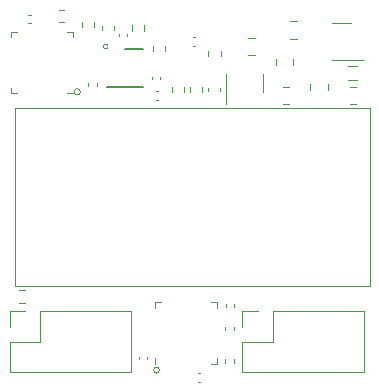
<source format=gto>
G04 #@! TF.GenerationSoftware,KiCad,Pcbnew,7.0.1*
G04 #@! TF.CreationDate,2023-07-28T03:37:33-04:00*
G04 #@! TF.ProjectId,cdm324_v2,63646d33-3234-45f7-9632-2e6b69636164,rev?*
G04 #@! TF.SameCoordinates,Original*
G04 #@! TF.FileFunction,Legend,Top*
G04 #@! TF.FilePolarity,Positive*
%FSLAX46Y46*%
G04 Gerber Fmt 4.6, Leading zero omitted, Abs format (unit mm)*
G04 Created by KiCad (PCBNEW 7.0.1) date 2023-07-28 03:37:33*
%MOMM*%
%LPD*%
G01*
G04 APERTURE LIST*
%ADD10C,0.120000*%
%ADD11C,0.100000*%
%ADD12C,0.150000*%
G04 APERTURE END LIST*
D10*
X92850000Y-52250000D02*
G75*
G03*
X92850000Y-52250000I-200000J0D01*
G01*
X90519258Y-56100000D02*
G75*
G03*
X90519258Y-56100000I-269258J0D01*
G01*
X97204951Y-79650000D02*
G75*
G03*
X97204951Y-79650000I-254951J0D01*
G01*
X100237836Y-51490000D02*
X100022164Y-51490000D01*
X100237836Y-52210000D02*
X100022164Y-52210000D01*
X108811252Y-51585000D02*
X108288748Y-51585000D01*
X108811252Y-50115000D02*
X108288748Y-50115000D01*
X105261252Y-52985000D02*
X104738748Y-52985000D01*
X105261252Y-51515000D02*
X104738748Y-51515000D01*
X100452164Y-79940000D02*
X100667836Y-79940000D01*
X100452164Y-80660000D02*
X100667836Y-80660000D01*
X95437500Y-78745336D02*
X95437500Y-78529664D01*
X96157500Y-78745336D02*
X96157500Y-78529664D01*
X85784758Y-73960000D02*
X85310242Y-73960000D01*
X85784758Y-72915000D02*
X85310242Y-72915000D01*
X102070000Y-79147500D02*
X101595000Y-79147500D01*
X96850000Y-78672500D02*
X96850000Y-79147500D01*
X102070000Y-78672500D02*
X102070000Y-79147500D01*
X96850000Y-74402500D02*
X96850000Y-73927500D01*
X102070000Y-74402500D02*
X102070000Y-73927500D01*
X96850000Y-73927500D02*
X97325000Y-73927500D01*
X102070000Y-73927500D02*
X101595000Y-73927500D01*
X111435000Y-55438748D02*
X111435000Y-55961252D01*
X109965000Y-55438748D02*
X109965000Y-55961252D01*
X101340000Y-56053080D02*
X101340000Y-55771920D01*
X102360000Y-56053080D02*
X102360000Y-55771920D01*
X99777500Y-56149758D02*
X99777500Y-55675242D01*
X100822500Y-56149758D02*
X100822500Y-55675242D01*
X101327500Y-53087258D02*
X101327500Y-52612742D01*
X102372500Y-53087258D02*
X102372500Y-52612742D01*
X103520000Y-74092164D02*
X103520000Y-74307836D01*
X102800000Y-74092164D02*
X102800000Y-74307836D01*
X107058750Y-53861252D02*
X107058750Y-53338748D01*
X108528750Y-53861252D02*
X108528750Y-53338748D01*
X112600000Y-53410000D02*
X114400000Y-53410000D01*
X112600000Y-53410000D02*
X111800000Y-53410000D01*
X112600000Y-50290000D02*
X113400000Y-50290000D01*
X112600000Y-50290000D02*
X111800000Y-50290000D01*
X86307836Y-50310000D02*
X86092164Y-50310000D01*
X86307836Y-49590000D02*
X86092164Y-49590000D01*
X89860000Y-51015000D02*
X89860000Y-51490000D01*
X89385000Y-56235000D02*
X89860000Y-56235000D01*
X89385000Y-51015000D02*
X89860000Y-51015000D01*
X85115000Y-56235000D02*
X84640000Y-56235000D01*
X85115000Y-51015000D02*
X84640000Y-51015000D01*
X84640000Y-56235000D02*
X84640000Y-55760000D01*
X84640000Y-51015000D02*
X84640000Y-51490000D01*
X104227500Y-79857500D02*
X114507500Y-79857500D01*
X104227500Y-79857500D02*
X104227500Y-77257500D01*
X114507500Y-79857500D02*
X114507500Y-74657500D01*
X104227500Y-77257500D02*
X106827500Y-77257500D01*
X106827500Y-77257500D02*
X106827500Y-74657500D01*
X104227500Y-75987500D02*
X104227500Y-74657500D01*
X104227500Y-74657500D02*
X105557500Y-74657500D01*
X106827500Y-74657500D02*
X114507500Y-74657500D01*
X93740000Y-51377836D02*
X93740000Y-51162164D01*
X94460000Y-51377836D02*
X94460000Y-51162164D01*
X107638748Y-55665000D02*
X108161252Y-55665000D01*
X107638748Y-57135000D02*
X108161252Y-57135000D01*
X113150378Y-53940000D02*
X113949622Y-53940000D01*
X113150378Y-55060000D02*
X113949622Y-55060000D01*
X103530000Y-75996359D02*
X103530000Y-76303641D01*
X102770000Y-75996359D02*
X102770000Y-76303641D01*
X91910000Y-55392164D02*
X91910000Y-55607836D01*
X91190000Y-55392164D02*
X91190000Y-55607836D01*
X89137258Y-50172500D02*
X88662742Y-50172500D01*
X89137258Y-49127500D02*
X88662742Y-49127500D01*
X103527500Y-78733859D02*
X103527500Y-79041141D01*
X102767500Y-78733859D02*
X102767500Y-79041141D01*
D11*
X85000000Y-57500000D02*
X115000000Y-57500000D01*
X85000000Y-72500000D02*
X85000000Y-57500000D01*
X115000000Y-57500000D02*
X115000000Y-72500000D01*
X115000000Y-72500000D02*
X85000000Y-72500000D01*
D10*
X97260000Y-54812164D02*
X97260000Y-55027836D01*
X96540000Y-54812164D02*
X96540000Y-55027836D01*
X92340000Y-50840580D02*
X92340000Y-50559420D01*
X93360000Y-50840580D02*
X93360000Y-50559420D01*
X97672500Y-52187742D02*
X97672500Y-52662258D01*
X96627500Y-52187742D02*
X96627500Y-52662258D01*
D12*
X92800000Y-55695000D02*
X95800000Y-55695000D01*
X94300000Y-52445000D02*
X95800000Y-52445000D01*
D10*
X102840000Y-55350000D02*
X102840000Y-57150000D01*
X102840000Y-55350000D02*
X102840000Y-54550000D01*
X105960000Y-55350000D02*
X105960000Y-56150000D01*
X105960000Y-55350000D02*
X105960000Y-54550000D01*
X96892164Y-56060000D02*
X97107836Y-56060000D01*
X96892164Y-56780000D02*
X97107836Y-56780000D01*
X94877500Y-50937258D02*
X94877500Y-50462742D01*
X95922500Y-50937258D02*
X95922500Y-50462742D01*
X113861252Y-57135000D02*
X113338748Y-57135000D01*
X113861252Y-55665000D02*
X113338748Y-55665000D01*
X84527500Y-79857500D02*
X94807500Y-79857500D01*
X84527500Y-79857500D02*
X84527500Y-77257500D01*
X94807500Y-79857500D02*
X94807500Y-74657500D01*
X84527500Y-77257500D02*
X87127500Y-77257500D01*
X87127500Y-77257500D02*
X87127500Y-74657500D01*
X84527500Y-75987500D02*
X84527500Y-74657500D01*
X84527500Y-74657500D02*
X85857500Y-74657500D01*
X87127500Y-74657500D02*
X94807500Y-74657500D01*
X99272500Y-55662742D02*
X99272500Y-56137258D01*
X98227500Y-55662742D02*
X98227500Y-56137258D01*
X90627500Y-50637258D02*
X90627500Y-50162742D01*
X91672500Y-50637258D02*
X91672500Y-50162742D01*
M02*

</source>
